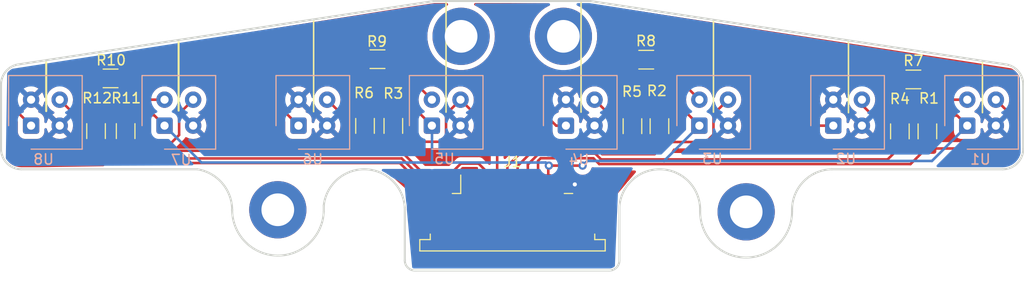
<source format=kicad_pcb>
(kicad_pcb (version 20221018) (generator pcbnew)
  (layers (0 "F.Cu" signal) (31 "B.Cu" signal) (34 "B.Paste" user) (35 "F.Paste" user) (36 "B.SilkS" user "B.Silkscreen") (37 "F.SilkS" user "F.Silkscreen") (38 "B.Mask" user) (39 "F.Mask" user) (44 "Edge.Cuts" user))
  (net 0 "")
  (net 1 "SENSOR_8")
  (net 2 "SENSOR_7")
  (net 3 "SENSOR_6")
  (net 4 "SENSOR_5")
  (net 5 "SENSOR_4")
  (net 6 "SENSOR_3")
  (net 7 "SENSOR_2")
  (net 8 "SENSOR_1")
  (net 9 "+5V")
  (net 10 "GND")
  (net 11 "Net-(U1-K)")
  (net 12 "Net-(U2-A)")
  (net 13 "Net-(U3-K)")
  (net 14 "Net-(U4-A)")
  (net 15 "Net-(U5-K)")
  (net 16 "Net-(U6-A)")
  (net 17 "Net-(U7-K)")
  (net 18 "Net-(U8-A)")
  (footprint "MountingHole:MountingHole_3.2mm_M3_DIN965_Pad" (layer "F.Cu") (at 186.182 113.03)
    (fp_text reference "REF**" hide)
    (fp_text value "M3")
    (pad "1" thru_hole circle (at 0 0) (size 5.6 5.6) (drill 3.2) (layers "*.Cu" "*.Mask"))
  )
  (footprint "MountingHole:MountingHole_3.2mm_M3_DIN965_Pad" (layer "F.Cu") (at 158.2928 95.8596)
    (fp_text reference "REF**" hide)
    (fp_text value "M3")
    (pad "1" thru_hole circle (at 0 0) (size 5.6 5.6) (drill 3.2) (layers "*.Cu" "*.Mask"))
  )
  (footprint "Resistor_SMD:R_1206_3216Metric_Pad1.30x1.75mm_HandSolder" (layer "F.Cu") (at 124.0028 99.9744 180)
    (fp_text reference "R10" (at -0.0508 1.778) (layer "F.SilkS"))
    (fp_text value "82")
    (fp_line (start -0.727064 -0.91) (end 0.727064 -0.91) (stroke (width 0.12)) (layer "F.SilkS"))
    (fp_line (start -0.727064 0.91) (end 0.727064 0.91) (stroke (width 0.12)) (layer "F.SilkS"))
    (pad "1" smd roundrect (at -1.55 0 180) (size 1.3 1.75) (layers "F.Cu" "F.Paste" "F.Mask") (roundrect_rratio 0.192308) (net 17 "Net-(U7-K)"))
    (pad "2" smd roundrect (at 1.55 0 180) (size 1.3 1.75) (layers "F.Cu" "F.Paste" "F.Mask") (roundrect_rratio 0.192308) (net 18 "Net-(U8-A)"))
  )
  (footprint "Resistor_SMD:R_1206_3216Metric_Pad1.30x1.75mm_HandSolder" (layer "F.Cu") (at 151.664 104.6232 -90)
    (fp_text reference "R3" (at -3.1756 0) (layer "F.SilkS"))
    (fp_text value "10k")
    (fp_line (start -0.727064 -0.91) (end 0.727064 -0.91) (stroke (width 0.12)) (layer "F.SilkS"))
    (fp_line (start -0.727064 0.91) (end 0.727064 0.91) (stroke (width 0.12)) (layer "F.SilkS"))
    (pad "1" smd roundrect (at -1.55 0 270) (size 1.3 1.75) (layers "F.Cu" "F.Paste" "F.Mask") (roundrect_rratio 0.192308) (net 9 "+5V"))
    (pad "2" smd roundrect (at 1.55 0 270) (size 1.3 1.75) (layers "F.Cu" "F.Paste" "F.Mask") (roundrect_rratio 0.192308) (net 4 "SENSOR_5"))
  )
  (footprint "Resistor_SMD:R_1206_3216Metric_Pad1.30x1.75mm_HandSolder" (layer "F.Cu") (at 150.114 98.0948 180)
    (fp_text reference "R9" (at 0.0508 1.7272) (layer "F.SilkS"))
    (fp_text value "82")
    (fp_line (start -0.727064 -0.91) (end 0.727064 -0.91) (stroke (width 0.12)) (layer "F.SilkS"))
    (fp_line (start -0.727064 0.91) (end 0.727064 0.91) (stroke (width 0.12)) (layer "F.SilkS"))
    (pad "1" smd roundrect (at -1.55 0 180) (size 1.3 1.75) (layers "F.Cu" "F.Paste" "F.Mask") (roundrect_rratio 0.192308) (net 15 "Net-(U5-K)"))
    (pad "2" smd roundrect (at 1.55 0 180) (size 1.3 1.75) (layers "F.Cu" "F.Paste" "F.Mask") (roundrect_rratio 0.192308) (net 16 "Net-(U6-A)"))
  )
  (footprint "Resistor_SMD:R_1206_3216Metric_Pad1.30x1.75mm_HandSolder" (layer "F.Cu") (at 203.9112 105.156 -90)
    (fp_text reference "R1" (at -3.2264 -0.1524) (layer "F.SilkS"))
    (fp_text value "10k")
    (fp_line (start -0.727064 -0.91) (end 0.727064 -0.91) (stroke (width 0.12)) (layer "F.SilkS"))
    (fp_line (start -0.727064 0.91) (end 0.727064 0.91) (stroke (width 0.12)) (layer "F.SilkS"))
    (pad "1" smd roundrect (at -1.55 0 270) (size 1.3 1.75) (layers "F.Cu" "F.Paste" "F.Mask") (roundrect_rratio 0.192308) (net 9 "+5V"))
    (pad "2" smd roundrect (at 1.55 0 270) (size 1.3 1.75) (layers "F.Cu" "F.Paste" "F.Mask") (roundrect_rratio 0.192308) (net 8 "SENSOR_1"))
  )
  (footprint "Connector_FFC-FPC:TE_1-84952-0_1x10-1MP_P1.0mm_Horizontal" (layer "F.Cu") (at 163.322 112.1452)
    (fp_text reference "J1" (at 0 -4) (layer "F.SilkS"))
    (fp_text value "Line_sensors")
    (fp_line (start -9.07 3.6) (end -8.045 3.6) (stroke (width 0.12)) (layer "F.SilkS"))
    (fp_line (start -9.07 4.71) (end -9.07 3.6) (stroke (width 0.12)) (layer "F.SilkS"))
    (fp_line (start -8.045 3.6) (end -8.045 3.06) (stroke (width 0.12)) (layer "F.SilkS"))
    (fp_line (start -5.89 -0.91) (end -5.065 -0.91) (stroke (width 0.12)) (layer "F.SilkS"))
    (fp_line (start -5.065 -0.91) (end -5.065 -2.71) (stroke (width 0.12)) (layer "F.SilkS"))
    (fp_line (start 5.065 -0.91) (end 5.89 -0.91) (stroke (width 0.12)) (layer "F.SilkS"))
    (fp_line (start 8.045 3.06) (end 8.045 3.6) (stroke (width 0.12)) (layer "F.SilkS"))
    (fp_line (start 8.045 3.6) (end 9.07 3.6) (stroke (width 0.12)) (layer "F.SilkS"))
    (fp_line (start 9.07 3.6) (end 9.07 4.71) (stroke (width 0.12)) (layer "F.SilkS"))
    (fp_line (start 9.07 4.71) (end -9.07 4.71) (stroke (width 0.12)) (layer "F.SilkS"))
    (pad "1" smd rect (at -4.5 -1.8) (size 0.61 2) (layers "F.Cu" "F.Paste" "F.Mask") (net 1 "SENSOR_8"))
    (pad "2" smd rect (at -3.5 -1.8) (size 0.61 2) (layers "F.Cu" "F.Paste" "F.Mask") (net 2 "SENSOR_7"))
    (pad "3" smd rect (at -2.5 -1.8) (size 0.61 2) (layers "F.Cu" "F.Paste" "F.Mask") (net 3 "SENSOR_6"))
    (pad "4" smd rect (at -1.5 -1.8) (size 0.61 2) (layers "F.Cu" "F.Paste" "F.Mask") (net 4 "SENSOR_5"))
    (pad "5" smd rect (at -0.5 -1.8) (size 0.61 2) (layers "F.Cu" "F.Paste" "F.Mask") (net 5 "SENSOR_4"))
    (pad "6" smd rect (at 0.5 -1.8) (size 0.61 2) (layers "F.Cu" "F.Paste" "F.Mask") (net 6 "SENSOR_3"))
    (pad "7" smd rect (at 1.5 -1.8) (size 0.61 2) (layers "F.Cu" "F.Paste" "F.Mask") (net 7 "SENSOR_2"))
    (pad "8" smd rect (at 2.5 -1.8) (size 0.61 2) (layers "F.Cu" "F.Paste" "F.Mask") (net 8 "SENSOR_1"))
    (pad "9" smd rect (at 3.5 -1.8) (size 0.61 2) (layers "F.Cu" "F.Paste" "F.Mask") (net 9 "+5V"))
    (pad "10" smd rect (at 4.5 -1.8) (size 0.61 2) (layers "F.Cu" "F.Paste" "F.Mask") (net 10 "GND"))
    (pad "MP" smd rect (at -7.49 1) (size 2.68 3.6) (layers "F.Cu" "F.Paste" "F.Mask"))
    (pad "MP" smd rect (at 7.49 1) (size 2.68 3.6) (layers "F.Cu" "F.Paste" "F.Mask"))
  )
  (footprint "Resistor_SMD:R_1206_3216Metric_Pad1.30x1.75mm_HandSolder" (layer "F.Cu") (at 175.0568 104.648 -90)
    (fp_text reference "R5" (at -3.3776 0.0508) (layer "F.SilkS"))
    (fp_text value "10k")
    (fp_line (start -0.727064 -0.91) (end 0.727064 -0.91) (stroke (width 0.12)) (layer "F.SilkS"))
    (fp_line (start -0.727064 0.91) (end 0.727064 0.91) (stroke (width 0.12)) (layer "F.SilkS"))
    (pad "1" smd roundrect (at -1.55 0 270) (size 1.3 1.75) (layers "F.Cu" "F.Paste" "F.Mask") (roundrect_rratio 0.192308) (net 9 "+5V"))
    (pad "2" smd roundrect (at 1.55 0 270) (size 1.3 1.75) (layers "F.Cu" "F.Paste" "F.Mask") (roundrect_rratio 0.192308) (net 5 "SENSOR_4"))
  )
  (footprint "Resistor_SMD:R_1206_3216Metric_Pad1.30x1.75mm_HandSolder" (layer "F.Cu") (at 202.5396 100.076 180)
    (fp_text reference "R7" (at 0 1.8288) (layer "F.SilkS"))
    (fp_text value "82")
    (fp_line (start -0.727064 -0.91) (end 0.727064 -0.91) (stroke (width 0.12)) (layer "F.SilkS"))
    (fp_line (start -0.727064 0.91) (end 0.727064 0.91) (stroke (width 0.12)) (layer "F.SilkS"))
    (pad "1" smd roundrect (at -1.55 0 180) (size 1.3 1.75) (layers "F.Cu" "F.Paste" "F.Mask") (roundrect_rratio 0.192308) (net 11 "Net-(U1-K)"))
    (pad "2" smd roundrect (at 1.55 0 180) (size 1.3 1.75) (layers "F.Cu" "F.Paste" "F.Mask") (roundrect_rratio 0.192308) (net 12 "Net-(U2-A)"))
  )
  (footprint "Resistor_SMD:R_1206_3216Metric_Pad1.30x1.75mm_HandSolder" (layer "F.Cu") (at 176.4036 98.1456 180)
    (fp_text reference "R8" (at 0.026 1.8288) (layer "F.SilkS"))
    (fp_text value "82")
    (fp_line (start -0.727064 -0.91) (end 0.727064 -0.91) (stroke (width 0.12)) (layer "F.SilkS"))
    (fp_line (start -0.727064 0.91) (end 0.727064 0.91) (stroke (width 0.12)) (layer "F.SilkS"))
    (pad "1" smd roundrect (at -1.55 0 180) (size 1.3 1.75) (layers "F.Cu" "F.Paste" "F.Mask") (roundrect_rratio 0.192308) (net 13 "Net-(U3-K)"))
    (pad "2" smd roundrect (at 1.55 0 180) (size 1.3 1.75) (layers "F.Cu" "F.Paste" "F.Mask") (roundrect_rratio 0.192308) (net 14 "Net-(U4-A)"))
  )
  (footprint "MountingHole:MountingHole_3.2mm_M3_DIN965_Pad" (layer "F.Cu") (at 140.3604 112.8268)
    (fp_text reference "REF**" hide)
    (fp_text value "M3")
    (pad "1" thru_hole circle (at 0 0) (size 5.6 5.6) (drill 3.2) (layers "*.Cu" "*.Mask"))
  )
  (footprint "Resistor_SMD:R_1206_3216Metric_Pad1.30x1.75mm_HandSolder" (layer "F.Cu") (at 122.5804 105.1312 -90)
    (fp_text reference "R12" (at -3.2264 -0.1016) (layer "F.SilkS"))
    (fp_text value "10k")
    (fp_line (start -0.727064 -0.91) (end 0.727064 -0.91) (stroke (width 0.12)) (layer "F.SilkS"))
    (fp_line (start -0.727064 0.91) (end 0.727064 0.91) (stroke (width 0.12)) (layer "F.SilkS"))
    (pad "1" smd roundrect (at -1.55 0 270) (size 1.3 1.75) (layers "F.Cu" "F.Paste" "F.Mask") (roundrect_rratio 0.192308) (net 9 "+5V"))
    (pad "2" smd roundrect (at 1.55 0 270) (size 1.3 1.75) (layers "F.Cu" "F.Paste" "F.Mask") (roundrect_rratio 0.192308) (net 1 "SENSOR_8"))
  )
  (footprint "MountingHole:MountingHole_3.2mm_M3_DIN965_Pad" (layer "F.Cu") (at 168.3004 95.8596)
    (fp_text reference "REF**" hide)
    (fp_text value "M3")
    (pad "1" thru_hole circle (at 0 0) (size 5.6 5.6) (drill 3.2) (layers "*.Cu" "*.Mask"))
  )
  (footprint "Resistor_SMD:R_1206_3216Metric_Pad1.30x1.75mm_HandSolder" (layer "F.Cu") (at 148.8948 104.622 -90)
    (fp_text reference "R6" (at -3.2252 0.1016) (layer "F.SilkS"))
    (fp_text value "10k")
    (fp_line (start -0.727064 -0.91) (end 0.727064 -0.91) (stroke (width 0.12)) (layer "F.SilkS"))
    (fp_line (start -0.727064 0.91) (end 0.727064 0.91) (stroke (width 0.12)) (layer "F.SilkS"))
    (pad "1" smd roundrect (at -1.55 0 270) (size 1.3 1.75) (layers "F.Cu" "F.Paste" "F.Mask") (roundrect_rratio 0.192308) (net 9 "+5V"))
    (pad "2" smd roundrect (at 1.55 0 270) (size 1.3 1.75) (layers "F.Cu" "F.Paste" "F.Mask") (roundrect_rratio 0.192308) (net 3 "SENSOR_6"))
  )
  (footprint "Resistor_SMD:R_1206_3216Metric_Pad1.30x1.75mm_HandSolder" (layer "F.Cu") (at 177.6984 104.648 -90)
    (fp_text reference "R2" (at -3.4544 0.254) (layer "F.SilkS"))
    (fp_text value "10k")
    (fp_line (start -0.727064 -0.91) (end 0.727064 -0.91) (stroke (width 0.12)) (layer "F.SilkS"))
    (fp_line (start -0.727064 0.91) (end 0.727064 0.91) (stroke (width 0.12)) (layer "F.SilkS"))
    (pad "1" smd roundrect (at -1.55 0 270) (size 1.3 1.75) (layers "F.Cu" "F.Paste" "F.Mask") (roundrect_rratio 0.192308) (net 9 "+5V"))
    (pad "2" smd roundrect (at 1.55 0 270) (size 1.3 1.75) (layers "F.Cu" "F.Paste" "F.Mask") (roundrect_rratio 0.192308) (net 6 "SENSOR_3"))
  )
  (footprint "Resistor_SMD:R_1206_3216Metric_Pad1.30x1.75mm_HandSolder" (layer "F.Cu") (at 201.2188 105.156 -90)
    (fp_text reference "R4" (at -3.1756 0) (layer "F.SilkS"))
    (fp_text value "10k")
    (fp_line (start -0.727064 -0.91) (end 0.727064 -0.91) (stroke (width 0.12)) (layer "F.SilkS"))
    (fp_line (start -0.727064 0.91) (end 0.727064 0.91) (stroke (width 0.12)) (layer "F.SilkS"))
    (pad "1" smd roundrect (at -1.55 0 270) (size 1.3 1.75) (layers "F.Cu" "F.Paste" "F.Mask") (roundrect_rratio 0.192308) (net 9 "+5V"))
    (pad "2" smd roundrect (at 1.55 0 270) (size 1.3 1.75) (layers "F.Cu" "F.Paste" "F.Mask") (roundrect_rratio 0.192308) (net 7 "SENSOR_2"))
  )
  (footprint "Resistor_SMD:R_1206_3216Metric_Pad1.30x1.75mm_HandSolder" (layer "F.Cu") (at 125.476 105.1312 -90)
    (fp_text reference "R11" (at -3.2264 -0.0508) (layer "F.SilkS"))
    (fp_text value "10k")
    (fp_line (start -0.727064 -0.91) (end 0.727064 -0.91) (stroke (width 0.12)) (layer "F.SilkS"))
    (fp_line (start -0.727064 0.91) (end 0.727064 0.91) (stroke (width 0.12)) (layer "F.SilkS"))
    (pad "1" smd roundrect (at -1.55 0 270) (size 1.3 1.75) (layers "F.Cu" "F.Paste" "F.Mask") (roundrect_rratio 0.192308) (net 9 "+5V"))
    (pad "2" smd roundrect (at 1.55 0 270) (size 1.3 1.75) (layers "F.Cu" "F.Paste" "F.Mask") (roundrect_rratio 0.192308) (net 2 "SENSOR_7"))
  )
  (footprint "OptoDevice:Vishay_CNY70" (layer "B.Cu") (at 194.7044 104.5972)
    (fp_text reference "U2" (at 1.2312 3.2512) (layer "B.SilkS") (effects (justify mirror)))
    (fp_text value "CNY70")
    (fp_line (start -2.2 -4.9) (end 5 -4.9) (stroke (width 0.12)) (layer "B.SilkS"))
    (fp_line (start -2.2 0) (end -2.2 -4.9) (stroke (width 0.12)) (layer "B.SilkS"))
    (fp_line (start 5 -4.9) (end 5 2.3) (stroke (width 0.12)) (layer "B.SilkS"))
    (fp_line (start 5 2.3) (end 0 2.3) (stroke (width 0.12)) (layer "B.SilkS"))
    (pad "1" thru_hole roundrect (at 0 0) (size 1.6 1.6) (drill 0.8) (layers "*.Cu" "*.Mask") (roundrect_rratio 0.156) (net 12 "Net-(U2-A)"))
    (pad "2" thru_hole circle (at 0 -2.54) (size 1.6 1.6) (drill 0.8) (layers "*.Cu" "*.Mask") (net 10 "GND"))
    (pad "3" thru_hole circle (at 2.8 -2.54) (size 1.6 1.6) (drill 0.8) (layers "*.Cu" "*.Mask") (net 7 "SENSOR_2"))
    (pad "4" thru_hole circle (at 2.8 0) (size 1.6 1.6) (drill 0.8) (layers "*.Cu" "*.Mask") (net 10 "GND"))
  )
  (footprint "OptoDevice:Vishay_CNY70" (layer "B.Cu") (at 142.3864 104.5972)
    (fp_text reference "U6" (at 1.4 3.302) (layer "B.SilkS") (effects (justify mirror)))
    (fp_text value "CNY70")
    (fp_line (start -2.2 -4.9) (end 5 -4.9) (stroke (width 0.12)) (layer "B.SilkS"))
    (fp_line (start -2.2 0) (end -2.2 -4.9) (stroke (width 0.12)) (layer "B.SilkS"))
    (fp_line (start 5 -4.9) (end 5 2.3) (stroke (width 0.12)) (layer "B.SilkS"))
    (fp_line (start 5 2.3) (end 0 2.3) (stroke (width 0.12)) (layer "B.SilkS"))
    (pad "1" thru_hole roundrect (at 0 0) (size 1.6 1.6) (drill 0.8) (layers "*.Cu" "*.Mask") (roundrect_rratio 0.156) (net 16 "Net-(U6-A)"))
    (pad "2" thru_hole circle (at 0 -2.54) (size 1.6 1.6) (drill 0.8) (layers "*.Cu" "*.Mask") (net 10 "GND"))
    (pad "3" thru_hole circle (at 2.8 -2.54) (size 1.6 1.6) (drill 0.8) (layers "*.Cu" "*.Mask") (net 3 "SENSOR_6"))
    (pad "4" thru_hole circle (at 2.8 0) (size 1.6 1.6) (drill 0.8) (layers "*.Cu" "*.Mask") (net 10 "GND"))
  )
  (footprint "OptoDevice:Vishay_CNY70" (layer "B.Cu") (at 155.436 104.5972)
    (fp_text reference "U5" (at 1.2312 3.2512) (layer "B.SilkS") (effects (justify mirror)))
    (fp_text value "CNY70")
    (fp_line (start -2.2 -4.9) (end 5 -4.9) (stroke (width 0.12)) (layer "B.SilkS"))
    (fp_line (start -2.2 0) (end -2.2 -4.9) (stroke (width 0.12)) (layer "B.SilkS"))
    (fp_line (start 5 -4.9) (end 5 2.3) (stroke (width 0.12)) (layer "B.SilkS"))
    (fp_line (start 5 2.3) (end 0 2.3) (stroke (width 0.12)) (layer "B.SilkS"))
    (pad "1" thru_hole roundrect (at 0 0) (size 1.6 1.6) (drill 0.8) (layers "*.Cu" "*.Mask") (roundrect_rratio 0.156) (net 9 "+5V"))
    (pad "2" thru_hole circle (at 0 -2.54) (size 1.6 1.6) (drill 0.8) (layers "*.Cu" "*.Mask") (net 15 "Net-(U5-K)"))
    (pad "3" thru_hole circle (at 2.8 -2.54) (size 1.6 1.6) (drill 0.8) (layers "*.Cu" "*.Mask") (net 4 "SENSOR_5"))
    (pad "4" thru_hole circle (at 2.8 0) (size 1.6 1.6) (drill 0.8) (layers "*.Cu" "*.Mask") (net 10 "GND"))
  )
  (footprint "OptoDevice:Vishay_CNY70" (layer "B.Cu") (at 168.5484 104.5972)
    (fp_text reference "U4" (at 1.276 3.3528) (layer "B.SilkS") (effects (justify mirror)))
    (fp_text value "CNY70")
    (fp_line (start -2.2 -4.9) (end 5 -4.9) (stroke (width 0.12)) (layer "B.SilkS"))
    (fp_line (start -2.2 0) (end -2.2 -4.9) (stroke (width 0.12)) (layer "B.SilkS"))
    (fp_line (start 5 -4.9) (end 5 2.3) (stroke (width 0.12)) (layer "B.SilkS"))
    (fp_line (start 5 2.3) (end 0 2.3) (stroke (width 0.12)) (layer "B.SilkS"))
    (pad "1" thru_hole roundrect (at 0 0) (size 1.6 1.6) (drill 0.8) (layers "*.Cu" "*.Mask") (roundrect_rratio 0.156) (net 14 "Net-(U4-A)"))
    (pad "2" thru_hole circle (at 0 -2.54) (size 1.6 1.6) (drill 0.8) (layers "*.Cu" "*.Mask") (net 10 "GND"))
    (pad "3" thru_hole circle (at 2.8 -2.54) (size 1.6 1.6) (drill 0.8) (layers "*.Cu" "*.Mask") (net 5 "SENSOR_4"))
    (pad "4" thru_hole circle (at 2.8 0) (size 1.6 1.6) (drill 0.8) (layers "*.Cu" "*.Mask") (net 10 "GND"))
  )
  (footprint "OptoDevice:Vishay_CNY70" (layer "B.Cu") (at 181.604 104.5972)
    (fp_text reference "U3" (at 1.276 3.2512) (layer "B.SilkS") (effects (justify mirror)))
    (fp_text value "CNY70")
    (fp_line (start -2.2 -4.9) (end 5 -4.9) (stroke (width 0.12)) (layer "B.SilkS"))
    (fp_line (start -2.2 0) (end -2.2 -4.9) (stroke (width 0.12)) (layer "B.SilkS"))
    (fp_line (start 5 -4.9) (end 5 2.3) (stroke (width 0.12)) (layer "B.SilkS"))
    (fp_line (start 5 2.3) (end 0 2.3) (stroke (width 0.12)) (layer "B.SilkS"))
    (pad "1" thru_hole roundrect (at 0 0) (size 1.6 1.6) (drill 0.8) (layers "*.Cu" "*.Mask") (roundrect_rratio 0.156) (net 9 "+5V"))
    (pad "2" thru_hole circle (at 0 -2.54) (size 1.6 1.6) (drill 0.8) (layers "*.Cu" "*.Mask") (net 13 "Net-(U3-K)"))
    (pad "3" thru_hole circle (at 2.8 -2.54) (size 1.6 1.6) (drill 0.8) (layers "*.Cu" "*.Mask") (net 6 "SENSOR_3"))
    (pad "4" thru_hole circle (at 2.8 0) (size 1.6 1.6) (drill 0.8) (layers "*.Cu" "*.Mask") (net 10 "GND"))
  )
  (footprint "OptoDevice:Vishay_CNY70" (layer "B.Cu") (at 207.8108 104.5972)
    (fp_text reference "U1" (at 1.282 3.302) (layer "B.SilkS") (effects (justify mirror)))
    (fp_text value "CNY70")
    (fp_line (start -2.2 -4.9) (end 5 -4.9) (stroke (width 0.12)) (layer "B.SilkS"))
    (fp_line (start -2.2 0) (end -2.2 -4.9) (stroke (width 0.12)) (layer "B.SilkS"))
    (fp_line (start 5 -4.9) (end 5 2.3) (stroke (width 0.12)) (layer "B.SilkS"))
    (fp_line (start 5 2.3) (end 0 2.3) (stroke (width 0.12)) (layer "B.SilkS"))
    (pad "1" thru_hole roundrect (at 0 0) (size 1.6 1.6) (drill 0.8) (layers "*.Cu" "*.Mask") (roundrect_rratio 0.156) (net 9 "+5V"))
    (pad "2" thru_hole circle (at 0 -2.54) (size 1.6 1.6) (drill 0.8) (layers "*.Cu" "*.Mask") (net 11 "Net-(U1-K)"))
    (pad "3" thru_hole circle (at 2.8 -2.54) (size 1.6 1.6) (drill 0.8) (layers "*.Cu" "*.Mask") (net 8 "SENSOR_1"))
    (pad "4" thru_hole circle (at 2.8 0) (size 1.6 1.6) (drill 0.8) (layers "*.Cu" "*.Mask") (net 10 "GND"))
  )
  (footprint "OptoDevice:Vishay_CNY70" (layer "B.Cu") (at 129.28 104.5972)
    (fp_text reference "U7" (at 1.6316 3.3528) (layer "B.SilkS") (effects (justify mirror)))
    (fp_text value "CNY70")
    (fp_line (start -2.2 -4.9) (end 5 -4.9) (stroke (width 0.12)) (layer "B.SilkS"))
    (fp_line (start -2.2 0) (end -2.2 -4.9) (stroke (width 0.12)) (layer "B.SilkS"))
    (fp_line (start 5 -4.9) (end 5 2.3) (stroke (width 0.12)) (layer "B.SilkS"))
    (fp_line (start 5 2.3) (end 0 2.3) (stroke (width 0.12)) (layer "B.SilkS"))
    (pad "1" thru_hole roundrect (at 0 0) (size 1.6 1.6) (drill 0.8) (layers "*.Cu" "*.Mask") (roundrect_rratio 0.156) (net 9 "+5V"))
    (pad "2" thru_hole circle (at 0 -2.54) (size 1.6 1.6) (drill 0.8) (layers "*.Cu" "*.Mask") (net 17 "Net-(U7-K)"))
    (pad "3" thru_hole circle (at 2.8 -2.54) (size 1.6 1.6) (drill 0.8) (layers "*.Cu" "*.Mask") (net 2 "SENSOR_7"))
    (pad "4" thru_hole circle (at 2.8 0) (size 1.6 1.6) (drill 0.8) (layers "*.Cu" "*.Mask") (net 10 "GND"))
  )
  (footprint "OptoDevice:Vishay_CNY70" (layer "B.Cu") (at 116.2244 104.5972)
    (fp_text reference "U8" (at 1.2252 3.302) (layer "B.SilkS") (effects (justify mirror)))
    (fp_text value "CNY70")
    (fp_line (start -2.2 -4.9) (end 5 -4.9) (stroke (width 0.12)) (layer "B.SilkS"))
    (fp_line (start -2.2 0) (end -2.2 -4.9) (stroke (width 0.12)) (layer "B.SilkS"))
    (fp_line (start 5 -4.9) (end 5 2.3) (stroke (width 0.12)) (layer "B.SilkS"))
    (fp_line (start 5 2.3) (end 0 2.3) (stroke (width 0.12)) (layer "B.SilkS"))
    (pad "1" thru_hole roundrect (at 0 0) (size 1.6 1.6) (drill 0.8) (layers "*.Cu" "*.Mask") (roundrect_rratio 0.156) (net 18 "Net-(U8-A)"))
    (pad "2" thru_hole circle (at 0 -2.54) (size 1.6 1.6) (drill 0.8) (layers "*.Cu" "*.Mask") (net 10 "GND"))
    (pad "3" thru_hole circle (at 2.8 -2.54) (size 1.6 1.6) (drill 0.8) (layers "*.Cu" "*.Mask") (net 1 "SENSOR_8"))
    (pad "4" thru_hole circle (at 2.8 0) (size 1.6 1.6) (drill 0.8) (layers "*.Cu" "*.Mask") (net 10 "GND"))
  )
  (gr_line (start 209.296 103.3272) (end 209.296 98.298) (stroke (width 0.15)) (layer "F.SilkS"))
  (gr_line (start 117.7036 103.1748) (end 117.7036 98.3996) (stroke (width 0.2)) (layer "F.SilkS"))
  (gr_line (start 182.9816 103.2764) (end 182.9816 94.2848) (stroke (width 0.15)) (layer "F.SilkS"))
  (gr_line (start 130.6576 103.124) (end 130.6576 96.4184) (stroke (width 0.2)) (layer "F.SilkS"))
  (gr_line (start 196.1896 103.3272) (end 196.1896 96.3168) (stroke (width 0.15)) (layer "F.SilkS"))
  (gr_line (start 156.8196 103.2764) (end 156.8196 92.5576) (stroke (width 0.15)) (layer "F.SilkS"))
  (gr_line (start 143.8656 103.2256) (end 143.8656 94.2848) (stroke (width 0.15)) (layer "F.SilkS"))
  (gr_line (start 170.0276 103.2764) (end 170.0276 92.456) (stroke (width 0.15)) (layer "F.SilkS"))
  (gr_line (start 194.557383 108.865849) (end 211.284 108.865849) (stroke (width 0.2)) (layer "Edge.Cuts"))
  (gr_arc (start 144.857667 112.426589) (mid 148.902612 108.866048) (end 152.784 112.604208) (stroke (width 0.2)) (layer "Edge.Cuts"))
  (gr_line (start 155.65081 92.405631) (end 170.91719 92.405631) (stroke (width 0.2)) (layer "Edge.Cuts"))
  (gr_line (start 173.784 112.466111) (end 173.784 117.774092) (stroke (width 0.2)) (layer "Edge.Cuts"))
  (gr_arc (start 173.784 117.774092) (mid 173.491092 118.481171) (end 172.784 118.774092) (stroke (width 0.2)) (layer "Edge.Cuts"))
  (gr_line (start 113.284 100.584) (end 113.284 106.865849) (stroke (width 0.2)) (layer "Edge.Cuts"))
  (gr_line (start 181.677347 112.919843) (end 181.677347 112.726988) (stroke (width 0.2)) (layer "Edge.Cuts"))
  (gr_line (start 152.784 117.774092) (end 152.784 112.604208) (stroke (width 0.2)) (layer "Edge.Cuts"))
  (gr_arc (start 190.670902 113.005246) (mid 186.131017 117.502238) (end 181.677347 112.919843) (stroke (width 0.2)) (layer "Edge.Cuts"))
  (gr_arc (start 211.585481 98.606854) (mid 212.801081 99.280724) (end 213.284 100.584) (stroke (width 0.2)) (layer "Edge.Cuts"))
  (gr_line (start 213.284 106.865849) (end 213.284 100.584) (stroke (width 0.2)) (layer "Edge.Cuts"))
  (gr_line (start 115.284 108.865849) (end 132.496691 108.865849) (stroke (width 0.2)) (layer "Edge.Cuts"))
  (gr_arc (start 115.284 108.865849) (mid 113.869786 108.280063) (end 113.284 106.865849) (stroke (width 0.2)) (layer "Edge.Cuts"))
  (gr_line (start 153.784 118.774092) (end 172.784 118.774092) (stroke (width 0.2)) (layer "Edge.Cuts"))
  (gr_arc (start 113.284 100.584) (mid 113.766936 99.280727) (end 114.982519 98.606854) (stroke (width 0.2)) (layer "Edge.Cuts"))
  (gr_line (start 190.670902 113.005246) (end 190.670901 112.820441) (stroke (width 0.2)) (layer "Edge.Cuts"))
  (gr_line (start 170.91719 92.405631) (end 211.585481 98.606854) (stroke (width 0.2)) (layer "Edge.Cuts"))
  (gr_arc (start 190.670901 112.820441) (mid 191.805164 110.0481) (end 194.557383 108.865849) (stroke (width 0.2)) (layer "Edge.Cuts"))
  (gr_line (start 114.982519 98.606854) (end 155.65081 92.405631) (stroke (width 0.2)) (layer "Edge.Cuts"))
  (gr_line (start 135.895492 112.828592) (end 135.895509 112.855968) (stroke (width 0.2)) (layer "Edge.Cuts"))
  (gr_arc (start 153.784 118.774092) (mid 153.076878 118.481201) (end 152.784 117.774092) (stroke (width 0.2)) (layer "Edge.Cuts"))
  (gr_arc (start 132.496691 108.865849) (mid 134.929906 110.235847) (end 135.895509 112.855968) (stroke (width 0.2)) (layer "Edge.Cuts"))
  (gr_line (start 144.857667 113.005827) (end 144.857667 112.426589) (stroke (width 0.2)) (layer "Edge.Cuts"))
  (gr_arc (start 213.284 106.865849) (mid 212.698214 108.280063) (end 211.284 108.865849) (stroke (width 0.2)) (layer "Edge.Cuts"))
  (gr_arc (start 173.784 112.466111) (mid 177.853918 108.867415) (end 181.677347 112.726988) (stroke (width 0.2)) (layer "Edge.Cuts"))
  (gr_arc (start 144.857667 113.005827) (mid 140.289754 117.307749) (end 135.895492 112.828592) (stroke (width 0.2)) (layer "Edge.Cuts"))
  (segment (start 124.154 108.2548) (end 152.2984 108.2548) (width 0.25) (layer "F.Cu") (net 1))
  (segment (start 122.5804 105.6132) (end 122.5804 106.6812) (width 0.25) (layer "F.Cu") (net 1))
  (segment (start 154.3888 110.3452) (end 158.822 110.3452) (width 0.25) (layer "F.Cu") (net 1))
  (segment (start 152.2984 108.2548) (end 154.3888 110.3452) (width 0.25) (layer "F.Cu") (net 1))
  (segment (start 119.0244 102.0572) (end 122.5804 105.6132) (width 0.25) (layer "F.Cu") (net 1))
  (segment (start 122.5804 106.6812) (end 124.154 108.2548) (width 0.25) (layer "F.Cu") (net 1))
  (segment (start 129.5388 106.6812) (end 130.7084 105.5116) (width 0.25) (layer "F.Cu") (net 2))
  (segment (start 157.4842 109.728) (end 158.4494 108.7628) (width 0.25) (layer "F.Cu") (net 2))
  (segment (start 125.476 106.6812) (end 126.5996 107.8048) (width 0.25) (layer "F.Cu") (net 2))
  (segment (start 154.407996 109.728) (end 157.4842 109.728) (width 0.25) (layer "F.Cu") (net 2))
  (segment (start 130.7084 103.4288) (end 132.08 102.0572) (width 0.25) (layer "F.Cu") (net 2))
  (segment (start 130.7084 105.5116) (end 130.7084 103.4288) (width 0.25) (layer "F.Cu") (net 2))
  (segment (start 125.476 106.6812) (end 129.5388 106.6812) (width 0.25) (layer "F.Cu") (net 2))
  (segment (start 158.4494 108.7628) (end 159.822 108.7628) (width 0.25) (layer "F.Cu") (net 2))
  (segment (start 159.822 108.7628) (end 159.822 110.3452) (width 0.25) (layer "F.Cu") (net 2))
  (segment (start 126.5996 107.8048) (end 152.484796 107.8048) (width 0.25) (layer "F.Cu") (net 2))
  (segment (start 152.484796 107.8048) (end 154.407996 109.728) (width 0.25) (layer "F.Cu") (net 2))
  (segment (start 160.822 109.126404) (end 160.822 110.3452) (width 0.25) (layer "F.Cu") (net 3))
  (segment (start 152.671192 107.3548) (end 154.485592 109.1692) (width 0.25) (layer "F.Cu") (net 3))
  (segment (start 148.8948 105.7656) (end 148.8948 106.172) (width 0.25) (layer "F.Cu") (net 3))
  (segment (start 160.008396 108.3128) (end 160.822 109.126404) (width 0.25) (layer "F.Cu") (net 3))
  (segment (start 145.1864 102.0572) (end 148.8948 105.7656) (width 0.25) (layer "F.Cu") (net 3))
  (segment (start 148.8948 106.172) (end 150.0776 107.3548) (width 0.25) (layer "F.Cu") (net 3))
  (segment (start 150.0776 107.3548) (end 152.671192 107.3548) (width 0.25) (layer "F.Cu") (net 3))
  (segment (start 154.485592 109.1692) (end 157.406604 109.1692) (width 0.25) (layer "F.Cu") (net 3))
  (segment (start 158.263004 108.3128) (end 160.008396 108.3128) (width 0.25) (layer "F.Cu") (net 3))
  (segment (start 157.406604 109.1692) (end 158.263004 108.3128) (width 0.25) (layer "F.Cu") (net 3))
  (segment (start 158.236 102.0572) (end 161.822 105.6432) (width 0.25) (layer "F.Cu") (net 4))
  (segment (start 156.8196 105.5624) (end 156.8196 103.4736) (width 0.25) (layer "F.Cu") (net 4))
  (segment (start 161.822 105.6432) (end 161.822 110.3452) (width 0.25) (layer "F.Cu") (net 4))
  (segment (start 156.8196 103.4736) (end 158.236 102.0572) (width 0.25) (layer "F.Cu") (net 4))
  (segment (start 151.664 106.1732) (end 156.2088 106.1732) (width 0.25) (layer "F.Cu") (net 4))
  (segment (start 156.2088 106.1732) (end 156.8196 105.5624) (width 0.25) (layer "F.Cu") (net 4))
  (segment (start 162.822 108.5516) (end 162.822 110.3452) (width 0.25) (layer "F.Cu") (net 5))
  (segment (start 175.0568 106.198) (end 165.1756 106.198) (width 0.25) (layer "F.Cu") (net 5))
  (segment (start 174.9292 106.0704) (end 175.0568 106.198) (width 0.25) (layer "F.Cu") (net 5))
  (segment (start 175.0568 105.7656) (end 171.3484 102.0572) (width 0.25) (layer "F.Cu") (net 5))
  (segment (start 175.0568 106.198) (end 175.0568 105.7656) (width 0.25) (layer "F.Cu") (net 5))
  (segment (start 165.1756 106.198) (end 162.822 108.5516) (width 0.25) (layer "F.Cu") (net 5))
  (segment (start 182.2444 106.198) (end 177.6984 106.198) (width 0.25) (layer "F.Cu") (net 6))
  (segment (start 171.605792 106.8838) (end 165.4804 106.8838) (width 0.25) (layer "F.Cu") (net 6))
  (segment (start 184.404 102.0572) (end 182.9816 103.4796) (width 0.25) (layer "F.Cu") (net 6))
  (segment (start 165.4804 106.8838) (end 163.822 108.5422) (width 0.25) (layer "F.Cu") (net 6))
  (segment (start 177.6984 106.9086) (end 177.2158 107.3912) (width 0.25) (layer "F.Cu") (net 6))
  (segment (start 182.9816 105.4608) (end 182.2444 106.198) (width 0.25) (layer "F.Cu") (net 6))
  (segment (start 177.6984 106.198) (end 177.6984 106.9086) (width 0.25) (layer "F.Cu") (net 6))
  (segment (start 182.9816 103.4796) (end 182.9816 105.4608) (width 0.25) (layer "F.Cu") (net 6))
  (segment (start 163.822 108.5422) (end 163.822 110.3452) (width 0.25) (layer "F.Cu") (net 6))
  (segment (start 177.2158 107.3912) (end 172.113192 107.3912) (width 0.25) (layer "F.Cu") (net 6))
  (segment (start 172.113192 107.3912) (end 171.605792 106.8838) (width 0.25) (layer "F.Cu") (net 6))
  (segment (start 171.419396 107.3338) (end 165.892604 107.3338) (width 0.25) (layer "F.Cu") (net 7))
  (segment (start 197.5044 102.0572) (end 197.5044 102.5592) (width 0.25) (layer "F.Cu") (net 7))
  (segment (start 201.2188 106.706) (end 200.0256 107.8992) (width 0.25) (layer "F.Cu") (net 7))
  (segment (start 165.892604 107.3338) (end 164.822 108.404404) (width 0.25) (layer "F.Cu") (net 7))
  (segment (start 200.0256 107.8992) (end 171.984796 107.8992) (width 0.25) (layer "F.Cu") (net 7))
  (segment (start 201.2188 106.2736) (end 201.2188 106.706) (width 0.25) (layer "F.Cu") (net 7))
  (segment (start 164.822 108.404404) (end 164.822 110.3452) (width 0.25) (layer "F.Cu") (net 7))
  (segment (start 171.984796 107.8992) (end 171.419396 107.3338) (width 0.25) (layer "F.Cu") (net 7))
  (segment (start 197.5044 102.5592) (end 201.2188 106.2736) (width 0.25) (layer "F.Cu") (net 7))
  (segment (start 204.0376 106.8324) (end 203.9112 106.706) (width 0.25) (layer "F.Cu") (net 8))
  (segment (start 210.6108 102.0572) (end 212.09 103.5364) (width 0.25) (layer "F.Cu") (net 8))
  (segment (start 165.822 108.0408) (end 165.822 110.3452) (width 0.25) (layer "F.Cu") (net 8))
  (segment (start 171.233 107.7838) (end 166.079 107.7838) (width 0.25) (layer "F.Cu") (net 8))
  (segment (start 171.8056 108.3564) (end 171.233 107.7838) (width 0.25) (layer "F.Cu") (net 8))
  (segment (start 212.09 103.5364) (end 212.09 106.426) (width 0.25) (layer "F.Cu") (net 8))
  (segment (start 202.2608 108.3564) (end 171.8056 108.3564) (width 0.25) (layer "F.Cu") (net 8))
  (segment (start 212.09 106.426) (end 211.6836 106.8324) (width 0.25) (layer "F.Cu") (net 8))
  (segment (start 211.6836 106.8324) (end 204.0376 106.8324) (width 0.25) (layer "F.Cu") (net 8))
  (segment (start 203.9112 106.706) (end 202.2608 108.3564) (width 0.25) (layer "F.Cu") (net 8))
  (segment (start 166.079 107.7838) (end 165.822 108.0408) (width 0.25) (layer "F.Cu") (net 8))
  (segment (start 166.822 110.3452) (end 166.822 108.5648) (width 0.25) (layer "F.Cu") (net 9))
  (segment (start 128.264 103.5812) (end 129.28 104.5972) (width 0.25) (layer "F.Cu") (net 9))
  (segment (start 166.822 108.5648) (end 166.878 108.5088) (width 0.25) (layer "F.Cu") (net 9))
  (segment (start 151.664 103.0732) (end 153.912 103.0732) (width 0.25) (layer "F.Cu") (net 9))
  (segment (start 180.1048 103.098) (end 181.604 104.5972) (width 0.25) (layer "F.Cu") (net 9))
  (segment (start 201.2188 103.606) (end 203.9112 103.606) (width 0.25) (layer "F.Cu") (net 9))
  (segment (start 175.0568 103.098) (end 177.6984 103.098) (width 0.25) (layer "F.Cu") (net 9))
  (segment (start 170.18 108.5088) (end 166.878 108.5088) (width 0.25) (layer "F.Cu") (net 9))
  (segment (start 153.912 103.0732) (end 155.436 104.5972) (width 0.25) (layer "F.Cu") (net 9))
  (segment (start 177.6984 103.098) (end 180.1048 103.098) (width 0.25) (layer "F.Cu") (net 9))
  (segment (start 206.8196 103.606) (end 207.8108 104.5972) (width 0.25) (layer "F.Cu") (net 9))
  (segment (start 122.5804 103.5812) (end 125.476 103.5812) (width 0.25) (layer "F.Cu") (net 9))
  (segment (start 148.8948 103.072) (end 151.6628 103.072) (width 0.25) (layer "F.Cu") (net 9))
  (segment (start 151.6628 103.072) (end 151.664 103.0732) (width 0.25) (layer "F.Cu") (net 9))
  (segment (start 125.476 103.5812) (end 128.264 103.5812) (width 0.25) (layer "F.Cu") (net 9))
  (segment (start 203.9112 103.606) (end 206.8196 103.606) (width 0.25) (layer "F.Cu") (net 9))
  (via (at 166.878 108.5088) (size 0.8) (drill 0.4) (layers "F.Cu" "B.Cu") (net 9))
  (via (at 170.18 108.5088) (size 0.8) (drill 0.4) (layers "F.Cu" "B.Cu") (net 9))
  (segment (start 155.448 108.2294) (end 155.4226 108.204) (width 0.25) (layer "B.Cu") (net 9))
  (segment (start 155.4226 108.204) (end 132.8868 108.204) (width 0.25) (layer "B.Cu") (net 9))
  (segment (start 207.8108 104.5972) (end 204.3564 108.0516) (width 0.25) (layer "B.Cu") (net 9))
  (segment (start 132.8868 108.204) (end 129.28 104.5972) (width 0.25) (layer "B.Cu") (net 9))
  (segment (start 155.4734 108.204) (end 155.448 108.2294) (width 0.25) (layer "B.Cu") (net 9))
  (segment (start 170.6372 108.0516) (end 178.1496 108.0516) (width 0.25) (layer "B.Cu") (net 9))
  (segment (start 166.5732 108.204) (end 155.4734 108.204) (width 0.25) (layer "B.Cu") (net 9))
  (segment (start 170.18 108.5088) (end 170.6372 108.0516) (width 0.25) (layer "B.Cu") (net 9))
  (segment (start 166.878 108.5088) (end 166.5732 108.204) (width 0.25) (layer "B.Cu") (net 9))
  (segment (start 155.448 104.6092) (end 155.448 108.2294) (width 0.25) (layer "B.Cu") (net 9))
  (segment (start 155.436 104.5972) (end 155.448 104.6092) (width 0.25) (layer "B.Cu") (net 9))
  (segment (start 204.3564 108.0516) (end 178.1496 108.0516) (width 0.25) (layer "B.Cu") (net 9))
  (segment (start 178.1496 108.0516) (end 181.604 104.5972) (width 0.25) (layer "B.Cu") (net 9))
  (segment (start 169.418 110.3452) (end 167.822 110.3452) (width 0.25) (layer "F.Cu") (net 10))
  (via (at 169.418 110.3452) (size 0.8) (drill 0.4) (layers "F.Cu" "B.Cu") (net 10))
  (segment (start 206.0708 102.0572) (end 207.8108 102.0572) (width 0.25) (layer "F.Cu") (net 11))
  (segment (start 204.0896 100.076) (end 206.0708 102.0572) (width 0.25) (layer "F.Cu") (net 11))
  (segment (start 192.5828 104.5972) (end 194.7044 104.5972) (width 0.25) (layer "F.Cu") (net 12))
  (segment (start 192.3288 104.3432) (end 192.5828 104.5972) (width 0.25) (layer "F.Cu") (net 12))
  (segment (start 200.9896 100.076) (end 194.1576 100.076) (width 0.25) (layer "F.Cu") (net 12))
  (segment (start 192.3288 101.9048) (end 192.3288 104.3432) (width 0.25) (layer "F.Cu") (net 12))
  (segment (start 194.1576 100.076) (end 192.3288 101.9048) (width 0.25) (layer "F.Cu") (net 12))
  (segment (start 177.9536 98.1456) (end 177.9536 98.4068) (width 0.25) (layer "F.Cu") (net 13))
  (segment (start 177.9536 98.4068) (end 181.604 102.0572) (width 0.25) (layer "F.Cu") (net 13))
  (segment (start 167.5384 99.8982) (end 166.624 100.8126) (width 0.25) (layer "F.Cu") (net 14))
  (segment (start 170.0276 99.8982) (end 167.5384 99.8982) (width 0.25) (layer "F.Cu") (net 14))
  (segment (start 166.624 100.8126) (end 166.624 103.632) (width 0.25) (layer "F.Cu") (net 14))
  (segment (start 166.624 103.632) (end 167.5892 104.5972) (width 0.25) (layer "F.Cu") (net 14))
  (segment (start 171.5262 98.3996) (end 170.0276 99.8982) (width 0.25) (layer "F.Cu") (net 14))
  (segment (start 174.8536 98.1456) (end 174.5996 98.3996) (width 0.25) (layer "F.Cu") (net 14))
  (segment (start 174.5996 98.3996) (end 171.5262 98.3996) (width 0.25) (layer "F.Cu") (net 14))
  (segment (start 167.5892 104.5972) (end 168.5484 104.5972) (width 0.25) (layer "F.Cu") (net 14))
  (segment (start 151.664 98.0948) (end 151.664 98.2852) (width 0.25) (layer "F.Cu") (net 15))
  (segment (start 151.664 98.2852) (end 155.436 102.0572) (width 0.25) (layer "F.Cu") (net 15))
  (segment (start 140.5636 100.584) (end 140.5636 102.7744) (width 0.25) (layer "F.Cu") (net 16))
  (segment (start 148.564 98.0948) (end 143.0528 98.0948) (width 0.25) (layer "F.Cu") (net 16))
  (segment (start 143.0528 98.0948) (end 140.5636 100.584) (width 0.25) (layer "F.Cu") (net 16))
  (segment (start 140.5636 102.7744) (end 142.3864 104.5972) (width 0.25) (layer "F.Cu") (net 16))
  (segment (start 125.5528 99.9744) (end 127.6356 102.0572) (width 0.25) (layer "F.Cu") (net 17))
  (segment (start 127.6356 102.0572) (end 129.28 102.0572) (width 0.25) (layer "F.Cu") (net 17))
  (segment (start 122.4528 99.9744) (end 115.4176 99.9744) (width 0.25) (layer "F.Cu") (net 18))
  (segment (start 115.4176 99.9744) (end 114.4524 100.9396) (width 0.25) (layer "F.Cu") (net 18))
  (segment (start 114.4524 102.8252) (end 116.2244 104.5972) (width 0.25) (layer "F.Cu") (net 18))
  (segment (start 114.4524 100.9396) (end 114.4524 102.8252) (width 0.25) (layer "F.Cu") (net 18))
  (zone (net 10) (net_name "GND") (layer "F.Cu") (connect_pads (clearance 0.5)) (min_thickness 0.25) (fill yes (thermal_gap 0.5) (thermal_bridge_width 0.5))
    (polygon (pts (xy 114.046 108.712) (xy 113.9444 99.2124) (xy 155.8544 92.5576) (xy 170.9928 92.6592) (xy 212.9028 99.1108) (xy 213.0044 108.5596) (xy 193.5988 108.6612) (xy 175.8188 108.6612) (xy 173.4312 111.4552) (xy 173.2788 118.3132) (xy 153.7716 118.5164) (xy 153.0096 110.8964) (xy 149.9616 108.1532) (xy 114.0968 108.712)))
  )
  (zone (net 10) (net_name "GND") (layer "B.Cu") (priority 1) (connect_pads (clearance 0.5)) (min_thickness 0.25) (fill yes (thermal_gap 0.5) (thermal_bridge_width 0.5))
    (polygon (pts (xy 113.8936 99.1108) (xy 155.5496 92.6592) (xy 170.8404 92.6084) (xy 212.9536 99.2632) (xy 213.0552 108.712) (xy 175.1584 108.712) (xy 173.6344 111.2012) (xy 173.3296 118.5672) (xy 153.5176 118.5672) (xy 152.7556 110.3376) (xy 149.352 108.4072) (xy 113.7412 108.5596)))
  )
)
</source>
